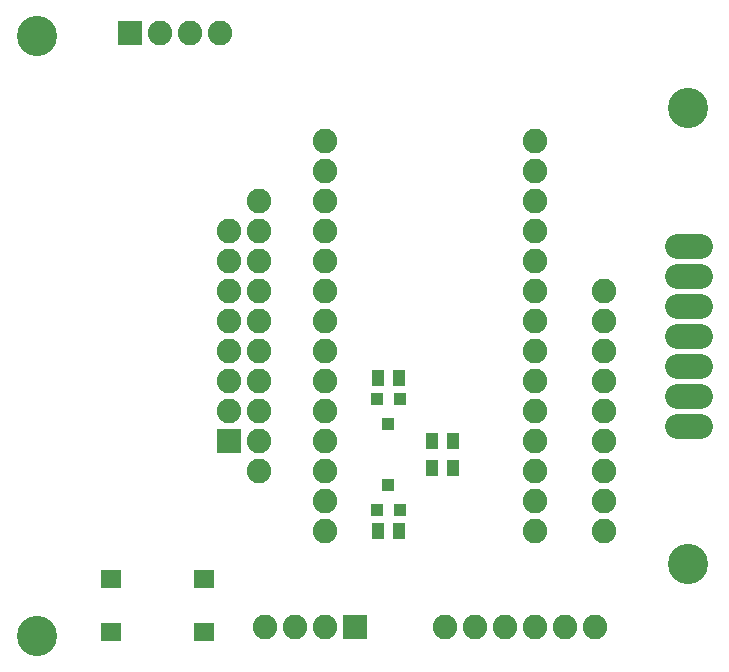
<source format=gts>
G75*
G70*
%OFA0B0*%
%FSLAX24Y24*%
%IPPOS*%
%LPD*%
%AMOC8*
5,1,8,0,0,1.08239X$1,22.5*
%
%ADD10C,0.1340*%
%ADD11C,0.0820*%
%ADD12C,0.0480*%
%ADD13C,0.0820*%
%ADD14R,0.0820X0.0820*%
%ADD15R,0.0690X0.0592*%
%ADD16R,0.0395X0.0552*%
%ADD17R,0.0395X0.0434*%
D10*
X005633Y006900D03*
X027333Y009300D03*
X027333Y024500D03*
X005633Y026900D03*
D11*
X026963Y019900D02*
X027703Y019900D01*
X027703Y018900D02*
X026963Y018900D01*
X026963Y017900D02*
X027703Y017900D01*
X027703Y016900D02*
X026963Y016900D01*
X026963Y015900D02*
X027703Y015900D01*
X027703Y014900D02*
X026963Y014900D01*
X026963Y013900D02*
X027703Y013900D01*
D12*
X027333Y013900D03*
X027333Y014900D03*
X027333Y015900D03*
X027333Y016900D03*
X027333Y017900D03*
X027333Y018900D03*
X027333Y019900D03*
D13*
X024533Y018400D03*
X024533Y017400D03*
X024533Y016400D03*
X024533Y015400D03*
X024533Y014400D03*
X024533Y013400D03*
X024533Y012400D03*
X024533Y011400D03*
X024533Y010400D03*
X022233Y010400D03*
X022233Y011400D03*
X022233Y012400D03*
X022233Y013400D03*
X022233Y014400D03*
X022233Y015400D03*
X022233Y016400D03*
X022233Y017400D03*
X022233Y018400D03*
X022233Y019400D03*
X022233Y020400D03*
X022233Y021400D03*
X022233Y022400D03*
X022233Y023400D03*
X015233Y023400D03*
X015233Y022400D03*
X015233Y021400D03*
X015233Y020400D03*
X015233Y019400D03*
X015233Y018400D03*
X015233Y017400D03*
X015233Y016400D03*
X015233Y015400D03*
X015233Y014400D03*
X015233Y013400D03*
X015233Y012400D03*
X015233Y011400D03*
X015233Y010400D03*
X013033Y012400D03*
X013033Y013400D03*
X013033Y014400D03*
X012033Y014400D03*
X012033Y015400D03*
X013033Y015400D03*
X013033Y016400D03*
X012033Y016400D03*
X012033Y017400D03*
X013033Y017400D03*
X013033Y018400D03*
X012033Y018400D03*
X012033Y019400D03*
X013033Y019400D03*
X013033Y020400D03*
X012033Y020400D03*
X013033Y021400D03*
X011733Y027000D03*
X010733Y027000D03*
X009733Y027000D03*
X013233Y007200D03*
X014233Y007200D03*
X015233Y007200D03*
X019233Y007200D03*
X020233Y007200D03*
X021233Y007200D03*
X022233Y007200D03*
X023233Y007200D03*
X024233Y007200D03*
D14*
X016233Y007200D03*
X012033Y013400D03*
X008733Y027000D03*
D15*
X008068Y008786D03*
X008068Y007014D03*
X011198Y007014D03*
X011198Y008786D03*
D16*
X016979Y010400D03*
X017688Y010400D03*
X018779Y012500D03*
X019488Y012500D03*
X019488Y013400D03*
X018779Y013400D03*
X017688Y015500D03*
X016979Y015500D03*
D17*
X016959Y014794D03*
X017707Y014794D03*
X017333Y013967D03*
X017333Y011933D03*
X016959Y011106D03*
X017707Y011106D03*
M02*

</source>
